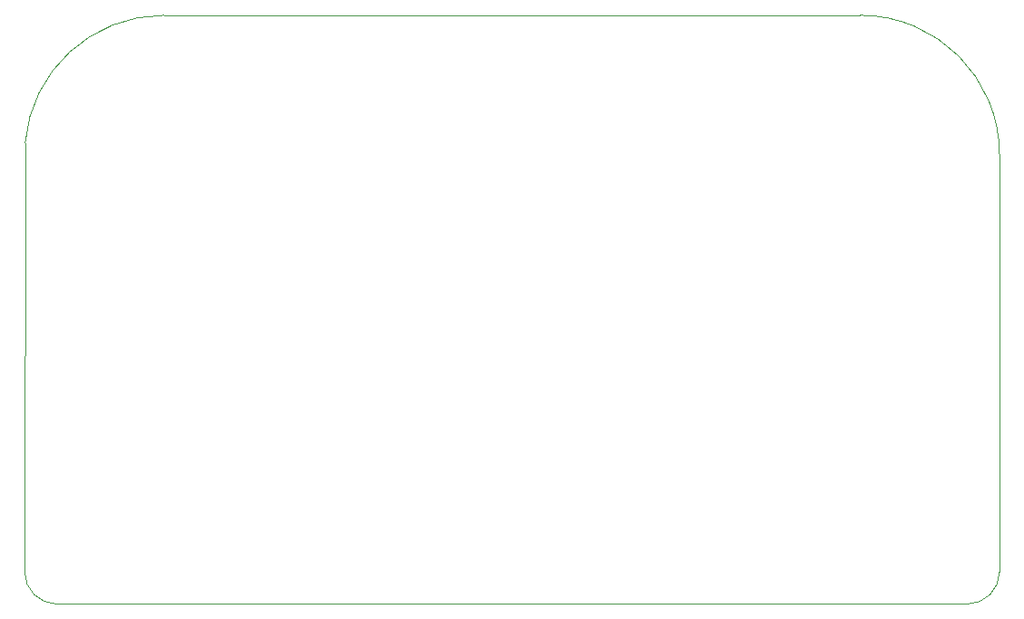
<source format=gbr>
G04 #@! TF.GenerationSoftware,KiCad,Pcbnew,(5.1.2-1)-1*
G04 #@! TF.CreationDate,2023-08-23T15:21:49-04:00*
G04 #@! TF.ProjectId,ESP32_AudioBoard_TouchPanel_Rev2,45535033-325f-4417-9564-696f426f6172,rev?*
G04 #@! TF.SameCoordinates,Original*
G04 #@! TF.FileFunction,Profile,NP*
%FSLAX46Y46*%
G04 Gerber Fmt 4.6, Leading zero omitted, Abs format (unit mm)*
G04 Created by KiCad (PCBNEW (5.1.2-1)-1) date 2023-08-23 15:21:49*
%MOMM*%
%LPD*%
G04 APERTURE LIST*
%ADD10C,0.050000*%
G04 APERTURE END LIST*
D10*
X27000000Y-72000000D02*
X27044905Y-31920409D01*
X115000000Y-75000000D02*
X30000000Y-75000000D01*
X118000000Y-72000000D02*
X118000000Y-33000000D01*
X118000000Y-72000000D02*
G75*
G02X115000000Y-75000000I-3000000J0D01*
G01*
X30000000Y-75000000D02*
G75*
G02X27000000Y-72000000I0J3000000D01*
G01*
X105000000Y-20000000D02*
X40000000Y-20000000D01*
X105000000Y-20000000D02*
G75*
G02X118000000Y-33000000I0J-13000000D01*
G01*
X27044905Y-31920409D02*
G75*
G02X40000000Y-20000000I12955095J-1079591D01*
G01*
M02*

</source>
